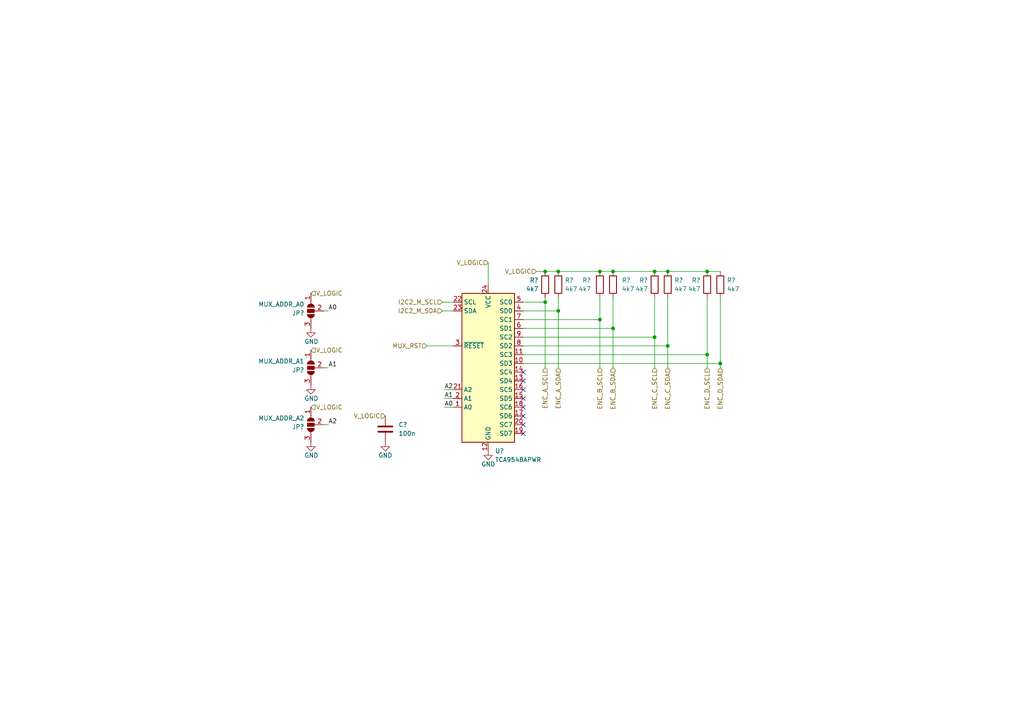
<source format=kicad_sch>
(kicad_sch (version 20230121) (generator eeschema)
  (paper "A4")
  (title_block (title "I2C Multiplexer") (date "2023-03-06") (rev "V1.0") (comment 1 "Zuzanna Kunikowska") (comment 2 "Mateusz Wójcik"))
  (lib_symbols
    (symbol "Device:C" (pin_numbers hide) (pin_names (offset 0.254))
      (property "Reference" "C" (at 0.635 2.54 0))
      (property "Value" "C" (at 0.635 -2.54 0))
      (symbol "C_0_1"
        (polyline (pts (xy -2.032 -0.762) (xy 2.032 -0.762)) (stroke (width 0.508)))
        (polyline (pts (xy -2.032 0.762) (xy 2.032 0.762)) (stroke (width 0.508)))
      )
      (symbol "C_1_1"
        (pin passive line (at 0 3.81 270) (length 2.794) (name "~") (number "1"))
        (pin passive line (at 0 -3.81 90) (length 2.794) (name "~") (number "2"))
      )
    )
    (symbol "Device:R" (pin_numbers hide) (pin_names (offset 0))
      (property "Reference" "R" (at 2.032 0 90))
      (property "Value" "R" (at 0 0 90))
      (symbol "R_0_1"
        (rectangle (start -1.016 -2.54) (end 1.016 2.54) (stroke (width 0.254)))
      )
      (symbol "R_1_1"
        (pin passive line (at 0 3.81 270) (length 1.27) (name "~") (number "1"))
        (pin passive line (at 0 -3.81 90) (length 1.27) (name "~") (number "2"))
      )
    )
    (symbol "Interface_Expansion:TCA9548APWR"
      (property "Reference" "U" (at -7.62 21.59 0))
      (property "Value" "TCA9548APWR" (at 1.016 21.59 0))
      (symbol "TCA9548APWR_0_1"
        (rectangle (start -7.62 20.32) (end 7.62 -22.86) (stroke (width 0.254)) (fill (type background)))
      )
      (symbol "TCA9548APWR_1_1"
        (pin input line (at -10.16 -12.7 0) (length 2.54) (name "A0") (number "1"))
        (pin bidirectional line (at 10.16 0 180) (length 2.54) (name "SD3") (number "10"))
        (pin output line (at 10.16 2.54 180) (length 2.54) (name "SC3") (number "11"))
        (pin power_in line (at 0 -25.4 90) (length 2.54) (name "GND") (number "12"))
        (pin bidirectional line (at 10.16 -5.08 180) (length 2.54) (name "SD4") (number "13"))
        (pin output line (at 10.16 -2.54 180) (length 2.54) (name "SC4") (number "14"))
        (pin bidirectional line (at 10.16 -10.16 180) (length 2.54) (name "SD5") (number "15"))
        (pin output line (at 10.16 -7.62 180) (length 2.54) (name "SC5") (number "16"))
        (pin bidirectional line (at 10.16 -15.24 180) (length 2.54) (name "SD6") (number "17"))
        (pin output line (at 10.16 -12.7 180) (length 2.54) (name "SC6") (number "18"))
        (pin bidirectional line (at 10.16 -20.32 180) (length 2.54) (name "SD7") (number "19"))
        (pin input line (at -10.16 -10.16 0) (length 2.54) (name "A1") (number "2"))
        (pin output line (at 10.16 -17.78 180) (length 2.54) (name "SC7") (number "20"))
        (pin input line (at -10.16 -7.62 0) (length 2.54) (name "A2") (number "21"))
        (pin input line (at -10.16 17.78 0) (length 2.54) (name "SCL") (number "22"))
        (pin bidirectional line (at -10.16 15.24 0) (length 2.54) (name "SDA") (number "23"))
        (pin power_in line (at 0 22.86 270) (length 2.54) (name "VCC") (number "24"))
        (pin input line (at -10.16 5.08 0) (length 2.54) (name "~{RESET}") (number "3"))
        (pin bidirectional line (at 10.16 15.24 180) (length 2.54) (name "SD0") (number "4"))
        (pin output line (at 10.16 17.78 180) (length 2.54) (name "SC0") (number "5"))
        (pin bidirectional line (at 10.16 10.16 180) (length 2.54) (name "SD1") (number "6"))
        (pin output line (at 10.16 12.7 180) (length 2.54) (name "SC1") (number "7"))
        (pin bidirectional line (at 10.16 5.08 180) (length 2.54) (name "SD2") (number "8"))
        (pin output line (at 10.16 7.62 180) (length 2.54) (name "SC2") (number "9"))
      )
    )
    (symbol "Jumper:SolderJumper_3_Open" (pin_names (offset 0) hide)
      (property "Reference" "JP" (at -2.54 -2.54 0))
      (property "Value" "SolderJumper_3_Open" (at 0 2.794 0))
      (symbol "SolderJumper_3_Open_0_1"
        (arc (start -1.016 1.016) (mid -2.0276 0) (end -1.016 -1.016))
        (arc (start -1.016 1.016) (mid -2.0276 0) (end -1.016 -1.016) (fill (type outline)))
        (rectangle (start -0.508 1.016) (end 0.508 -1.016) (fill (type outline)))
        (polyline (pts (xy -2.54 0) (xy -2.032 0)))
        (polyline (pts (xy -1.016 1.016) (xy -1.016 -1.016)))
        (polyline (pts (xy 0 -1.27) (xy 0 -1.016)))
        (polyline (pts (xy 1.016 1.016) (xy 1.016 -1.016)))
        (polyline (pts (xy 2.54 0) (xy 2.032 0)))
        (arc (start 1.016 -1.016) (mid 2.0276 0) (end 1.016 1.016))
        (arc (start 1.016 -1.016) (mid 2.0276 0) (end 1.016 1.016) (fill (type outline)))
      )
      (symbol "SolderJumper_3_Open_1_1"
        (pin passive line (at -5.08 0 0) (length 2.54) (name "A") (number "1"))
        (pin passive line (at 0 -3.81 90) (length 2.54) (name "C") (number "2"))
        (pin passive line (at 5.08 0 180) (length 2.54) (name "B") (number "3"))
      )
    )
    (symbol "power:GND" (power) (pin_names (offset 0))
      (property "Value" "GND" (at 0 -3.81 0))
      (symbol "GND_0_1"
        (polyline (pts (xy 0 0) (xy 0 -1.27) (xy 1.27 -1.27) (xy 0 -2.54) (xy -1.27 -1.27) (xy 0 -1.27)))
      )
      (symbol "GND_1_1"
        (pin power_in line (at 0 0 270) (length 0) hide (name "GND") (number "1"))
      )
    )
  )
  (junction (at 158.115 87.63))
  (junction (at 158.115 78.74))
  (junction (at 205.105 102.87))
  (junction (at 193.675 78.74))
  (junction (at 161.925 90.17))
  (junction (at 193.675 100.33))
  (junction (at 205.105 78.74))
  (junction (at 173.99 78.74))
  (junction (at 161.925 78.74))
  (junction (at 189.865 97.79))
  (junction (at 177.8 95.25))
  (junction (at 208.915 105.41))
  (junction (at 189.865 78.74))
  (junction (at 177.8 78.74))
  (junction (at 173.99 92.71))
  (no_connect (at 151.765 125.73))
  (no_connect (at 151.765 107.95))
  (no_connect (at 151.765 120.65))
  (no_connect (at 151.765 110.49))
  (no_connect (at 151.765 115.57))
  (no_connect (at 151.765 113.03))
  (no_connect (at 151.765 123.19))
  (no_connect (at 151.765 118.11))
  (wire (pts (xy 93.98 90.17) (xy 95.25 90.17)))
  (wire (pts (xy 189.865 78.74) (xy 193.675 78.74)))
  (wire (pts (xy 205.105 78.74) (xy 208.915 78.74)))
  (wire (pts (xy 131.445 115.57) (xy 128.905 115.57)))
  (wire (pts (xy 93.98 123.19) (xy 95.25 123.19)))
  (wire (pts (xy 161.925 90.17) (xy 161.925 106.68)))
  (wire (pts (xy 208.915 105.41) (xy 208.915 106.68)))
  (wire (pts (xy 151.765 87.63) (xy 158.115 87.63)))
  (wire (pts (xy 177.8 86.36) (xy 177.8 95.25)))
  (wire (pts (xy 158.115 78.74) (xy 161.925 78.74)))
  (wire (pts (xy 173.99 92.71) (xy 173.99 106.68)))
  (wire (pts (xy 128.905 118.11) (xy 131.445 118.11)))
  (wire (pts (xy 173.99 78.74) (xy 177.8 78.74)))
  (wire (pts (xy 155.575 78.74) (xy 158.115 78.74)))
  (wire (pts (xy 151.765 97.79) (xy 189.865 97.79)))
  (wire (pts (xy 173.99 92.71) (xy 173.99 86.36)))
  (wire (pts (xy 151.765 95.25) (xy 177.8 95.25)))
  (wire (pts (xy 161.925 90.17) (xy 161.925 86.36)))
  (wire (pts (xy 177.8 78.74) (xy 189.865 78.74)))
  (wire (pts (xy 158.115 87.63) (xy 158.115 86.36)))
  (wire (pts (xy 141.605 76.2) (xy 141.605 82.55)))
  (wire (pts (xy 193.675 86.36) (xy 193.675 100.33)))
  (wire (pts (xy 151.765 102.87) (xy 205.105 102.87)))
  (wire (pts (xy 158.115 87.63) (xy 158.115 106.68)))
  (wire (pts (xy 205.105 102.87) (xy 205.105 86.36)))
  (wire (pts (xy 189.865 97.79) (xy 189.865 106.68)))
  (wire (pts (xy 93.98 106.68) (xy 95.25 106.68)))
  (wire (pts (xy 128.27 90.17) (xy 131.445 90.17)))
  (wire (pts (xy 189.865 97.79) (xy 189.865 86.36)))
  (wire (pts (xy 123.825 100.33) (xy 131.445 100.33)))
  (wire (pts (xy 131.445 113.03) (xy 128.905 113.03)))
  (wire (pts (xy 128.27 87.63) (xy 131.445 87.63)))
  (wire (pts (xy 193.675 100.33) (xy 151.765 100.33)))
  (wire (pts (xy 205.105 102.87) (xy 205.105 106.68)))
  (wire (pts (xy 208.915 86.36) (xy 208.915 105.41)))
  (wire (pts (xy 193.675 78.74) (xy 205.105 78.74)))
  (wire (pts (xy 151.765 92.71) (xy 173.99 92.71)))
  (wire (pts (xy 208.915 105.41) (xy 151.765 105.41)))
  (wire (pts (xy 151.765 90.17) (xy 161.925 90.17)))
  (wire (pts (xy 193.675 100.33) (xy 193.675 106.68)))
  (wire (pts (xy 177.8 95.25) (xy 177.8 106.68)))
  (wire (pts (xy 161.925 78.74) (xy 173.99 78.74)))
  (label "A0" (at 128.905 118.11 0))
  (label "A0" (at 95.25 90.17 0))
  (label "A1" (at 95.25 106.68 0))
  (label "A2" (at 95.25 123.19 0))
  (label "A2" (at 128.905 113.03 0))
  (label "A1" (at 128.905 115.57 0))
  (hierarchical_label "ENC_C_SCL" (shape input) (at 189.865 106.68 270))
  (hierarchical_label "ENC_D_SCL" (shape input) (at 205.105 106.68 270))
  (hierarchical_label "V_LOGIC" (shape input) (at 90.17 85.09 0))
  (hierarchical_label "V_LOGIC" (shape input) (at 111.76 120.65 180))
  (hierarchical_label "V_LOGIC" (shape input) (at 141.605 76.2 180))
  (hierarchical_label "ENC_B_SDA" (shape input) (at 177.8 106.68 270))
  (hierarchical_label "ENC_A_SDA" (shape input) (at 161.925 106.68 270))
  (hierarchical_label "MUX_RST" (shape input) (at 123.825 100.33 180))
  (hierarchical_label "ENC_B_SCL" (shape input) (at 173.99 106.68 270))
  (hierarchical_label "ENC_D_SDA" (shape input) (at 208.915 106.68 270))
  (hierarchical_label "I2C2_M_SCL" (shape input) (at 128.27 87.63 180))
  (hierarchical_label "V_LOGIC" (shape input) (at 155.575 78.74 180))
  (hierarchical_label "I2C2_M_SDA" (shape input) (at 128.27 90.17 180))
  (hierarchical_label "V_LOGIC" (shape input) (at 90.17 101.6 0))
  (hierarchical_label "ENC_A_SCL" (shape input) (at 158.115 106.68 270))
  (hierarchical_label "ENC_C_SDA" (shape input) (at 193.675 106.68 270))
  (hierarchical_label "V_LOGIC" (shape input) (at 90.17 118.11 0))
  (symbol (lib_id "Device:R") (at 193.675 82.55 0) (unit 1)
    (property "Reference" "R?" (at 195.58 81.2799 0) (effects (justify left)))
    (property "Value" "4k7" (at 195.58 83.8199 0) (effects (justify left)))
    (property "Footprint" "Resistor_SMD:R_0805_2012Metric" (effects hide))
    (instances (project "Robot_Controller_PCB" (path "" (reference "R?") (unit 1))) (project "Scout_Robot_Controller" (path "" (reference "R95") (unit 1))))
  )
  (symbol (lib_id "power:GND") (at 90.17 111.76 0) (mirror y) (unit 1)
    (property "Reference" "#PWR?" (effects hide))
    (property "Value" "GND" (at 88.265 115.57 0) (effects (justify right)))
    (instances (project "Robot_Controller_PCB" (path "" (reference "#PWR?") (unit 1))) (project "Scout_Robot_Controller" (path "" (reference "#PWR0155") (unit 1))))
  )
  (symbol (lib_id "Device:R") (at 205.105 82.55 0) (unit 1)
    (property "Reference" "R?" (at 203.2 81.2799 0) (effects (justify right)))
    (property "Value" "4k7" (at 203.2 83.8199 0) (effects (justify right)))
    (property "Footprint" "Resistor_SMD:R_0805_2012Metric" (effects hide))
    (instances (project "Robot_Controller_PCB" (path "" (reference "R?") (unit 1))) (project "Scout_Robot_Controller" (path "" (reference "R96") (unit 1))))
  )
  (symbol (lib_id "power:GND") (at 90.17 95.25 0) (mirror y) (unit 1)
    (property "Reference" "#PWR?" (effects hide))
    (property "Value" "GND" (at 88.265 99.06 0) (effects (justify right)))
    (instances (project "Robot_Controller_PCB" (path "" (reference "#PWR?") (unit 1))) (project "Scout_Robot_Controller" (path "" (reference "#PWR0154") (unit 1))))
  )
  (symbol (lib_id "Device:R") (at 173.99 82.55 0) (unit 1)
    (property "Reference" "R?" (at 171.45 81.2799 0) (effects (justify right)))
    (property "Value" "4k7" (at 171.45 83.8199 0) (effects (justify right)))
    (property "Footprint" "Resistor_SMD:R_0805_2012Metric" (effects hide))
    (instances (project "Robot_Controller_PCB" (path "" (reference "R?") (unit 1))) (project "Scout_Robot_Controller" (path "" (reference "R92") (unit 1))))
  )
  (symbol (lib_id "Device:R") (at 189.865 82.55 0) (unit 1)
    (property "Reference" "R?" (at 187.96 81.2799 0) (effects (justify right)))
    (property "Value" "4k7" (at 187.96 83.8199 0) (effects (justify right)))
    (property "Footprint" "Resistor_SMD:R_0805_2012Metric" (effects hide))
    (instances (project "Robot_Controller_PCB" (path "" (reference "R?") (unit 1))) (project "Scout_Robot_Controller" (path "" (reference "R94") (unit 1))))
  )
  (symbol (lib_id "Device:R") (at 208.915 82.55 0) (unit 1)
    (property "Reference" "R?" (at 210.82 81.2799 0) (effects (justify left)))
    (property "Value" "4k7" (at 210.82 83.8199 0) (effects (justify left)))
    (property "Footprint" "Resistor_SMD:R_0805_2012Metric" (effects hide))
    (instances (project "Robot_Controller_PCB" (path "" (reference "R?") (unit 1))) (project "Scout_Robot_Controller" (path "" (reference "R97") (unit 1))))
  )
  (symbol (lib_id "Jumper:SolderJumper_3_Open") (at 90.17 123.19 90) (mirror x) (unit 1)
    (property "Reference" "JP?" (at 88.265 123.825 90) (effects (justify left)))
    (property "Value" "MUX_ADDR_A2" (at 88.265 121.285 90) (effects (justify left)))
    (property "Footprint" "Jumper:SolderJumper-3_P1.3mm_Open_RoundedPad1.0x1.5mm" (effects hide))
    (instances (project "Robot_Controller_PCB" (path "" (reference "JP?") (unit 1))) (project "Scout_Robot_Controller" (path "" (reference "JP?") (unit 1)) (path "" (reference "JP17") (unit 1))))
  )
  (symbol (lib_id "Interface_Expansion:TCA9548APWR") (at 141.605 105.41 0) (unit 1)
    (property "Reference" "U?" (at 143.5609 130.81 0) (effects (justify left)))
    (property "Value" "TCA9548APWR" (at 143.5609 133.35 0) (effects (justify left)))
    (property "Footprint" "Package_SO:TSSOP-24_4.4x7.8mm_P0.65mm" (effects hide))
    (property "Datasheet" "http://www.ti.com/lit/ds/symlink/tca9548a.pdf" (effects hide))
    (instances (project "Robot_Controller_PCB" (path "" (reference "U?") (unit 1))) (project "Scout_Robot_Controller" (path "" (reference "U19") (unit 1))))
  )
  (symbol (lib_id "Jumper:SolderJumper_3_Open") (at 90.17 106.68 90) (mirror x) (unit 1)
    (property "Reference" "JP?" (at 88.265 107.315 90) (effects (justify left)))
    (property "Value" "MUX_ADDR_A1" (at 88.265 104.775 90) (effects (justify left)))
    (property "Footprint" "Jumper:SolderJumper-3_P1.3mm_Open_RoundedPad1.0x1.5mm" (effects hide))
    (instances (project "Robot_Controller_PCB" (path "" (reference "JP?") (unit 1))) (project "Scout_Robot_Controller" (path "" (reference "JP?") (unit 1)) (path "" (reference "JP16") (unit 1))))
  )
  (symbol (lib_id "power:GND") (at 90.17 128.27 0) (mirror y) (unit 1)
    (property "Reference" "#PWR?" (effects hide))
    (property "Value" "GND" (at 88.265 132.08 0) (effects (justify right)))
    (instances (project "Robot_Controller_PCB" (path "" (reference "#PWR?") (unit 1))) (project "Scout_Robot_Controller" (path "" (reference "#PWR0156") (unit 1))))
  )
  (symbol (lib_id "power:GND") (at 141.605 130.81 0) (unit 1)
    (property "Reference" "#PWR?" (effects hide))
    (property "Value" "GND" (at 141.605 134.62 0))
    (instances (project "Robot_Controller_PCB" (path "" (reference "#PWR?") (unit 1))) (project "Scout_Robot_Controller" (path "" (reference "#PWR0158") (unit 1))))
  )
  (symbol (lib_id "Device:R") (at 158.115 82.55 0) (unit 1)
    (property "Reference" "R?" (at 156.21 81.2799 0) (effects (justify right)))
    (property "Value" "4k7" (at 156.21 83.8199 0) (effects (justify right)))
    (property "Footprint" "Resistor_SMD:R_0805_2012Metric" (effects hide))
    (instances (project "Robot_Controller_PCB" (path "" (reference "R?") (unit 1))) (project "Scout_Robot_Controller" (path "" (reference "R90") (unit 1))))
  )
  (symbol (lib_id "Device:R") (at 177.8 82.55 0) (unit 1)
    (property "Reference" "R?" (at 180.34 81.2799 0) (effects (justify left)))
    (property "Value" "4k7" (at 180.34 83.8199 0) (effects (justify left)))
    (property "Footprint" "Resistor_SMD:R_0805_2012Metric" (effects hide))
    (instances (project "Robot_Controller_PCB" (path "" (reference "R?") (unit 1))) (project "Scout_Robot_Controller" (path "" (reference "R93") (unit 1))))
  )
  (symbol (lib_id "power:GND") (at 111.76 128.27 0) (unit 1)
    (property "Reference" "#PWR?" (effects hide))
    (property "Value" "GND" (at 111.76 132.08 0))
    (instances (project "Robot_Controller_PCB" (path "" (reference "#PWR?") (unit 1))) (project "Scout_Robot_Controller" (path "" (reference "#PWR0157") (unit 1))))
  )
  (symbol (lib_id "Device:C") (at 111.76 124.46 0) (unit 1)
    (property "Reference" "C?" (at 115.57 123.1899 0) (effects (justify left)))
    (property "Value" "100n" (at 115.57 125.7299 0) (effects (justify left)))
    (property "Footprint" "Capacitor_SMD:C_0805_2012Metric" (effects hide))
    (instances (project "Robot_Controller_PCB" (path "" (reference "C?") (unit 1))) (project "Scout_Robot_Controller" (path "" (reference "C50") (unit 1))))
  )
  (symbol (lib_id "Jumper:SolderJumper_3_Open") (at 90.17 90.17 90) (mirror x) (unit 1)
    (property "Reference" "JP?" (at 88.265 90.805 90) (effects (justify left)))
    (property "Value" "MUX_ADDR_A0" (at 88.265 88.265 90) (effects (justify left)))
    (property "Footprint" "Jumper:SolderJumper-3_P1.3mm_Open_RoundedPad1.0x1.5mm" (effects hide))
    (instances (project "Robot_Controller_PCB" (path "" (reference "JP?") (unit 1))) (project "Scout_Robot_Controller" (path "" (reference "JP?") (unit 1)) (path "" (reference "JP15") (unit 1))))
  )
  (symbol (lib_id "Device:R") (at 161.925 82.55 0) (unit 1)
    (property "Reference" "R?" (at 163.83 81.2799 0) (effects (justify left)))
    (property "Value" "4k7" (at 163.83 83.8199 0) (effects (justify left)))
    (property "Footprint" "Resistor_SMD:R_0805_2012Metric" (effects hide))
    (instances (project "Robot_Controller_PCB" (path "" (reference "R?") (unit 1))) (project "Scout_Robot_Controller" (path "" (reference "R91") (unit 1))))
  )
)
</source>
